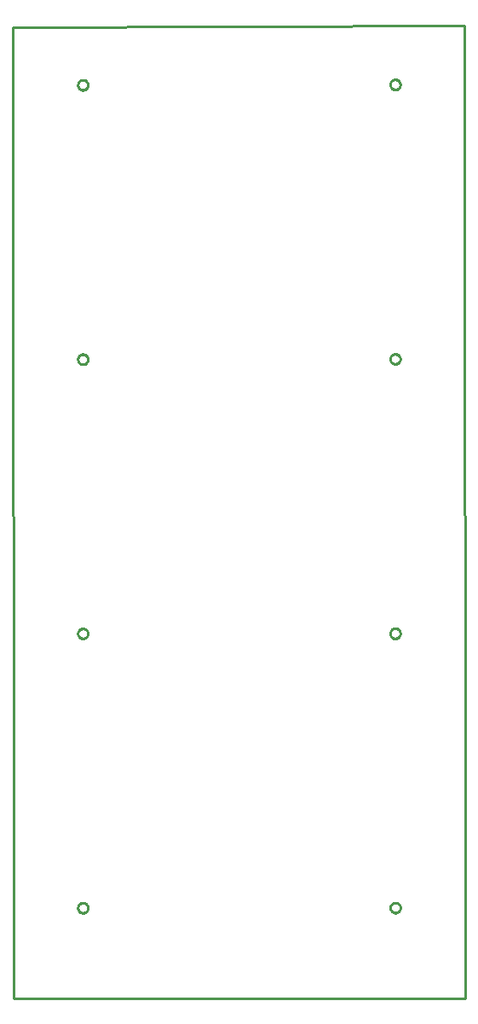
<source format=gbr>
G04 EAGLE Gerber RS-274X export*
G75*
%MOMM*%
%FSLAX34Y34*%
%LPD*%
%IN*%
%IPPOS*%
%AMOC8*
5,1,8,0,0,1.08239X$1,22.5*%
G01*
%ADD10C,0.254000*%


D10*
X-1000Y964000D02*
X0Y0D01*
X449100Y-200D01*
X448100Y965700D01*
X-1000Y964000D01*
X384100Y906919D02*
X384037Y906361D01*
X383912Y905814D01*
X383727Y905284D01*
X383483Y904778D01*
X383184Y904302D01*
X382834Y903863D01*
X382437Y903466D01*
X381998Y903116D01*
X381522Y902817D01*
X381016Y902573D01*
X380486Y902388D01*
X379939Y902263D01*
X379381Y902200D01*
X378819Y902200D01*
X378261Y902263D01*
X377714Y902388D01*
X377184Y902573D01*
X376678Y902817D01*
X376202Y903116D01*
X375763Y903466D01*
X375366Y903863D01*
X375016Y904302D01*
X374717Y904778D01*
X374473Y905284D01*
X374288Y905814D01*
X374163Y906361D01*
X374100Y906919D01*
X374100Y907481D01*
X374163Y908039D01*
X374288Y908586D01*
X374473Y909116D01*
X374717Y909622D01*
X375016Y910098D01*
X375366Y910537D01*
X375763Y910934D01*
X376202Y911284D01*
X376678Y911583D01*
X377184Y911827D01*
X377714Y912012D01*
X378261Y912137D01*
X378819Y912200D01*
X379381Y912200D01*
X379939Y912137D01*
X380486Y912012D01*
X381016Y911827D01*
X381522Y911583D01*
X381998Y911284D01*
X382437Y910934D01*
X382834Y910537D01*
X383184Y910098D01*
X383483Y909622D01*
X383727Y909116D01*
X383912Y908586D01*
X384037Y908039D01*
X384100Y907481D01*
X384100Y906919D01*
X384100Y634419D02*
X384037Y633861D01*
X383912Y633314D01*
X383727Y632784D01*
X383483Y632278D01*
X383184Y631802D01*
X382834Y631363D01*
X382437Y630966D01*
X381998Y630616D01*
X381522Y630317D01*
X381016Y630073D01*
X380486Y629888D01*
X379939Y629763D01*
X379381Y629700D01*
X378819Y629700D01*
X378261Y629763D01*
X377714Y629888D01*
X377184Y630073D01*
X376678Y630317D01*
X376202Y630616D01*
X375763Y630966D01*
X375366Y631363D01*
X375016Y631802D01*
X374717Y632278D01*
X374473Y632784D01*
X374288Y633314D01*
X374163Y633861D01*
X374100Y634419D01*
X374100Y634981D01*
X374163Y635539D01*
X374288Y636086D01*
X374473Y636616D01*
X374717Y637122D01*
X375016Y637598D01*
X375366Y638037D01*
X375763Y638434D01*
X376202Y638784D01*
X376678Y639083D01*
X377184Y639327D01*
X377714Y639512D01*
X378261Y639637D01*
X378819Y639700D01*
X379381Y639700D01*
X379939Y639637D01*
X380486Y639512D01*
X381016Y639327D01*
X381522Y639083D01*
X381998Y638784D01*
X382437Y638434D01*
X382834Y638037D01*
X383184Y637598D01*
X383483Y637122D01*
X383727Y636616D01*
X383912Y636086D01*
X384037Y635539D01*
X384100Y634981D01*
X384100Y634419D01*
X384000Y361919D02*
X383937Y361361D01*
X383812Y360814D01*
X383627Y360284D01*
X383383Y359778D01*
X383084Y359302D01*
X382734Y358863D01*
X382337Y358466D01*
X381898Y358116D01*
X381422Y357817D01*
X380916Y357573D01*
X380386Y357388D01*
X379839Y357263D01*
X379281Y357200D01*
X378719Y357200D01*
X378161Y357263D01*
X377614Y357388D01*
X377084Y357573D01*
X376578Y357817D01*
X376102Y358116D01*
X375663Y358466D01*
X375266Y358863D01*
X374916Y359302D01*
X374617Y359778D01*
X374373Y360284D01*
X374188Y360814D01*
X374063Y361361D01*
X374000Y361919D01*
X374000Y362481D01*
X374063Y363039D01*
X374188Y363586D01*
X374373Y364116D01*
X374617Y364622D01*
X374916Y365098D01*
X375266Y365537D01*
X375663Y365934D01*
X376102Y366284D01*
X376578Y366583D01*
X377084Y366827D01*
X377614Y367012D01*
X378161Y367137D01*
X378719Y367200D01*
X379281Y367200D01*
X379839Y367137D01*
X380386Y367012D01*
X380916Y366827D01*
X381422Y366583D01*
X381898Y366284D01*
X382337Y365934D01*
X382734Y365537D01*
X383084Y365098D01*
X383383Y364622D01*
X383627Y364116D01*
X383812Y363586D01*
X383937Y363039D01*
X384000Y362481D01*
X384000Y361919D01*
X384200Y89519D02*
X384137Y88961D01*
X384012Y88414D01*
X383827Y87884D01*
X383583Y87378D01*
X383284Y86902D01*
X382934Y86463D01*
X382537Y86066D01*
X382098Y85716D01*
X381622Y85417D01*
X381116Y85173D01*
X380586Y84988D01*
X380039Y84863D01*
X379481Y84800D01*
X378919Y84800D01*
X378361Y84863D01*
X377814Y84988D01*
X377284Y85173D01*
X376778Y85417D01*
X376302Y85716D01*
X375863Y86066D01*
X375466Y86463D01*
X375116Y86902D01*
X374817Y87378D01*
X374573Y87884D01*
X374388Y88414D01*
X374263Y88961D01*
X374200Y89519D01*
X374200Y90081D01*
X374263Y90639D01*
X374388Y91186D01*
X374573Y91716D01*
X374817Y92222D01*
X375116Y92698D01*
X375466Y93137D01*
X375863Y93534D01*
X376302Y93884D01*
X376778Y94183D01*
X377284Y94427D01*
X377814Y94612D01*
X378361Y94737D01*
X378919Y94800D01*
X379481Y94800D01*
X380039Y94737D01*
X380586Y94612D01*
X381116Y94427D01*
X381622Y94183D01*
X382098Y93884D01*
X382537Y93534D01*
X382934Y93137D01*
X383284Y92698D01*
X383583Y92222D01*
X383827Y91716D01*
X384012Y91186D01*
X384137Y90639D01*
X384200Y90081D01*
X384200Y89519D01*
X73800Y89419D02*
X73737Y88861D01*
X73612Y88314D01*
X73427Y87784D01*
X73183Y87278D01*
X72884Y86802D01*
X72534Y86363D01*
X72137Y85966D01*
X71698Y85616D01*
X71222Y85317D01*
X70716Y85073D01*
X70186Y84888D01*
X69639Y84763D01*
X69081Y84700D01*
X68519Y84700D01*
X67961Y84763D01*
X67414Y84888D01*
X66884Y85073D01*
X66378Y85317D01*
X65902Y85616D01*
X65463Y85966D01*
X65066Y86363D01*
X64716Y86802D01*
X64417Y87278D01*
X64173Y87784D01*
X63988Y88314D01*
X63863Y88861D01*
X63800Y89419D01*
X63800Y89981D01*
X63863Y90539D01*
X63988Y91086D01*
X64173Y91616D01*
X64417Y92122D01*
X64716Y92598D01*
X65066Y93037D01*
X65463Y93434D01*
X65902Y93784D01*
X66378Y94083D01*
X66884Y94327D01*
X67414Y94512D01*
X67961Y94637D01*
X68519Y94700D01*
X69081Y94700D01*
X69639Y94637D01*
X70186Y94512D01*
X70716Y94327D01*
X71222Y94083D01*
X71698Y93784D01*
X72137Y93434D01*
X72534Y93037D01*
X72884Y92598D01*
X73183Y92122D01*
X73427Y91616D01*
X73612Y91086D01*
X73737Y90539D01*
X73800Y89981D01*
X73800Y89419D01*
X73700Y361819D02*
X73637Y361261D01*
X73512Y360714D01*
X73327Y360184D01*
X73083Y359678D01*
X72784Y359202D01*
X72434Y358763D01*
X72037Y358366D01*
X71598Y358016D01*
X71122Y357717D01*
X70616Y357473D01*
X70086Y357288D01*
X69539Y357163D01*
X68981Y357100D01*
X68419Y357100D01*
X67861Y357163D01*
X67314Y357288D01*
X66784Y357473D01*
X66278Y357717D01*
X65802Y358016D01*
X65363Y358366D01*
X64966Y358763D01*
X64616Y359202D01*
X64317Y359678D01*
X64073Y360184D01*
X63888Y360714D01*
X63763Y361261D01*
X63700Y361819D01*
X63700Y362381D01*
X63763Y362939D01*
X63888Y363486D01*
X64073Y364016D01*
X64317Y364522D01*
X64616Y364998D01*
X64966Y365437D01*
X65363Y365834D01*
X65802Y366184D01*
X66278Y366483D01*
X66784Y366727D01*
X67314Y366912D01*
X67861Y367037D01*
X68419Y367100D01*
X68981Y367100D01*
X69539Y367037D01*
X70086Y366912D01*
X70616Y366727D01*
X71122Y366483D01*
X71598Y366184D01*
X72037Y365834D01*
X72434Y365437D01*
X72784Y364998D01*
X73083Y364522D01*
X73327Y364016D01*
X73512Y363486D01*
X73637Y362939D01*
X73700Y362381D01*
X73700Y361819D01*
X73700Y634119D02*
X73637Y633561D01*
X73512Y633014D01*
X73327Y632484D01*
X73083Y631978D01*
X72784Y631502D01*
X72434Y631063D01*
X72037Y630666D01*
X71598Y630316D01*
X71122Y630017D01*
X70616Y629773D01*
X70086Y629588D01*
X69539Y629463D01*
X68981Y629400D01*
X68419Y629400D01*
X67861Y629463D01*
X67314Y629588D01*
X66784Y629773D01*
X66278Y630017D01*
X65802Y630316D01*
X65363Y630666D01*
X64966Y631063D01*
X64616Y631502D01*
X64317Y631978D01*
X64073Y632484D01*
X63888Y633014D01*
X63763Y633561D01*
X63700Y634119D01*
X63700Y634681D01*
X63763Y635239D01*
X63888Y635786D01*
X64073Y636316D01*
X64317Y636822D01*
X64616Y637298D01*
X64966Y637737D01*
X65363Y638134D01*
X65802Y638484D01*
X66278Y638783D01*
X66784Y639027D01*
X67314Y639212D01*
X67861Y639337D01*
X68419Y639400D01*
X68981Y639400D01*
X69539Y639337D01*
X70086Y639212D01*
X70616Y639027D01*
X71122Y638783D01*
X71598Y638484D01*
X72037Y638134D01*
X72434Y637737D01*
X72784Y637298D01*
X73083Y636822D01*
X73327Y636316D01*
X73512Y635786D01*
X73637Y635239D01*
X73700Y634681D01*
X73700Y634119D01*
X73700Y906519D02*
X73637Y905961D01*
X73512Y905414D01*
X73327Y904884D01*
X73083Y904378D01*
X72784Y903902D01*
X72434Y903463D01*
X72037Y903066D01*
X71598Y902716D01*
X71122Y902417D01*
X70616Y902173D01*
X70086Y901988D01*
X69539Y901863D01*
X68981Y901800D01*
X68419Y901800D01*
X67861Y901863D01*
X67314Y901988D01*
X66784Y902173D01*
X66278Y902417D01*
X65802Y902716D01*
X65363Y903066D01*
X64966Y903463D01*
X64616Y903902D01*
X64317Y904378D01*
X64073Y904884D01*
X63888Y905414D01*
X63763Y905961D01*
X63700Y906519D01*
X63700Y907081D01*
X63763Y907639D01*
X63888Y908186D01*
X64073Y908716D01*
X64317Y909222D01*
X64616Y909698D01*
X64966Y910137D01*
X65363Y910534D01*
X65802Y910884D01*
X66278Y911183D01*
X66784Y911427D01*
X67314Y911612D01*
X67861Y911737D01*
X68419Y911800D01*
X68981Y911800D01*
X69539Y911737D01*
X70086Y911612D01*
X70616Y911427D01*
X71122Y911183D01*
X71598Y910884D01*
X72037Y910534D01*
X72434Y910137D01*
X72784Y909698D01*
X73083Y909222D01*
X73327Y908716D01*
X73512Y908186D01*
X73637Y907639D01*
X73700Y907081D01*
X73700Y906519D01*
M02*

</source>
